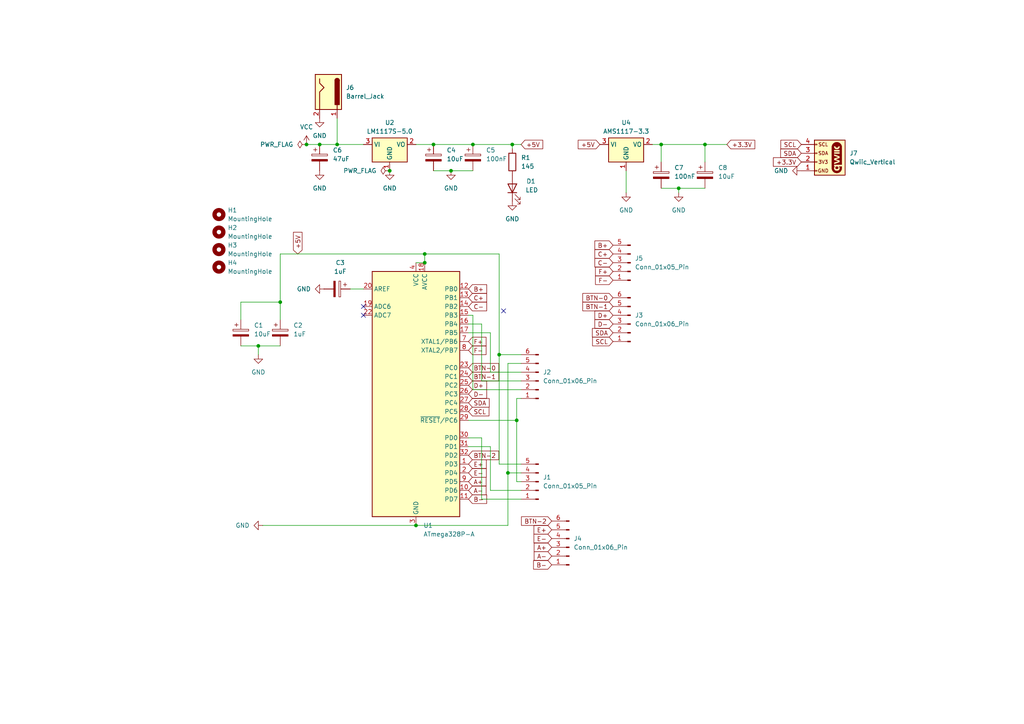
<source format=kicad_sch>
(kicad_sch (version 20250114) (generator "eeschema") (generator_version "9.0")
  (paper "A4")
  (lib_symbols
    (symbol "Connector:Barrel_Jack" (pin_names (offset 1.016))
      (property "Reference" "J" (at 0 5.334 0))
      (property "Value" "Barrel_Jack" (at 0 -5.08 0))
      (symbol "Barrel_Jack_0_1"
        (rectangle (start -5.08 3.81) (end 5.08 -3.81) (stroke (width 0.254)) (fill (type background)))
        (polyline (pts (xy -3.81 -2.54) (xy -2.54 -2.54) (xy -1.27 -1.27) (xy 0 -2.54) (xy 2.54 -2.54) (xy 5.08 -2.54)) (stroke (width 0.254)))
        (arc (start -3.302 1.905) (mid -3.9343 2.54) (end -3.302 3.175) (stroke (width 0.254)))
        (arc (start -3.302 1.905) (mid -3.9343 2.54) (end -3.302 3.175) (stroke (width 0.254)) (fill (type outline)))
        (rectangle (start 3.683 3.175) (end -3.302 1.905) (stroke (width 0.254)) (fill (type outline)))
        (polyline (pts (xy 5.08 2.54) (xy 3.81 2.54)) (stroke (width 0.254)))
      )
      (symbol "Barrel_Jack_1_1"
        (pin passive line (at 7.62 2.54 180) (length 2.54) (name "~") (number "1"))
        (pin passive line (at 7.62 -2.54 180) (length 2.54) (name "~") (number "2"))
      )
    )
    (symbol "Connector:Conn_01x05_Pin" (pin_names (offset 1.016) (hide yes))
      (property "Reference" "J" (at 0 7.62 0))
      (property "Value" "Conn_01x05_Pin" (at 0 -7.62 0))
      (symbol "Conn_01x05_Pin_1_1"
        (rectangle (start 0.8636 5.207) (end 0 4.953) (stroke (width 0.1524)) (fill (type outline)))
        (rectangle (start 0.8636 2.667) (end 0 2.413) (stroke (width 0.1524)) (fill (type outline)))
        (rectangle (start 0.8636 0.127) (end 0 -0.127) (stroke (width 0.1524)) (fill (type outline)))
        (rectangle (start 0.8636 -2.413) (end 0 -2.667) (stroke (width 0.1524)) (fill (type outline)))
        (rectangle (start 0.8636 -4.953) (end 0 -5.207) (stroke (width 0.1524)) (fill (type outline)))
        (polyline (pts (xy 1.27 5.08) (xy 0.8636 5.08)) (stroke (width 0.1524)))
        (polyline (pts (xy 1.27 2.54) (xy 0.8636 2.54)) (stroke (width 0.1524)))
        (polyline (pts (xy 1.27 0) (xy 0.8636 0)) (stroke (width 0.1524)))
        (polyline (pts (xy 1.27 -2.54) (xy 0.8636 -2.54)) (stroke (width 0.1524)))
        (polyline (pts (xy 1.27 -5.08) (xy 0.8636 -5.08)) (stroke (width 0.1524)))
        (pin passive line (at 5.08 5.08 180) (length 3.81) (name "Pin_1") (number "1"))
        (pin passive line (at 5.08 2.54 180) (length 3.81) (name "Pin_2") (number "2"))
        (pin passive line (at 5.08 0 180) (length 3.81) (name "Pin_3") (number "3"))
        (pin passive line (at 5.08 -2.54 180) (length 3.81) (name "Pin_4") (number "4"))
        (pin passive line (at 5.08 -5.08 180) (length 3.81) (name "Pin_5") (number "5"))
      )
    )
    (symbol "Connector:Conn_01x06_Pin" (pin_names (offset 1.016) (hide yes))
      (property "Reference" "J" (at 0 7.62 0))
      (property "Value" "Conn_01x06_Pin" (at 0 -10.16 0))
      (symbol "Conn_01x06_Pin_1_1"
        (rectangle (start 0.8636 5.207) (end 0 4.953) (stroke (width 0.1524)) (fill (type outline)))
        (rectangle (start 0.8636 2.667) (end 0 2.413) (stroke (width 0.1524)) (fill (type outline)))
        (rectangle (start 0.8636 0.127) (end 0 -0.127) (stroke (width 0.1524)) (fill (type outline)))
        (rectangle (start 0.8636 -2.413) (end 0 -2.667) (stroke (width 0.1524)) (fill (type outline)))
        (rectangle (start 0.8636 -4.953) (end 0 -5.207) (stroke (width 0.1524)) (fill (type outline)))
        (rectangle (start 0.8636 -7.493) (end 0 -7.747) (stroke (width 0.1524)) (fill (type outline)))
        (polyline (pts (xy 1.27 5.08) (xy 0.8636 5.08)) (stroke (width 0.1524)))
        (polyline (pts (xy 1.27 2.54) (xy 0.8636 2.54)) (stroke (width 0.1524)))
        (polyline (pts (xy 1.27 0) (xy 0.8636 0)) (stroke (width 0.1524)))
        (polyline (pts (xy 1.27 -2.54) (xy 0.8636 -2.54)) (stroke (width 0.1524)))
        (polyline (pts (xy 1.27 -5.08) (xy 0.8636 -5.08)) (stroke (width 0.1524)))
        (polyline (pts (xy 1.27 -7.62) (xy 0.8636 -7.62)) (stroke (width 0.1524)))
        (pin passive line (at 5.08 5.08 180) (length 3.81) (name "Pin_1") (number "1"))
        (pin passive line (at 5.08 2.54 180) (length 3.81) (name "Pin_2") (number "2"))
        (pin passive line (at 5.08 0 180) (length 3.81) (name "Pin_3") (number "3"))
        (pin passive line (at 5.08 -2.54 180) (length 3.81) (name "Pin_4") (number "4"))
        (pin passive line (at 5.08 -5.08 180) (length 3.81) (name "Pin_5") (number "5"))
        (pin passive line (at 5.08 -7.62 180) (length 3.81) (name "Pin_6") (number "6"))
      )
    )
    (symbol "Device:C_Polarized" (pin_numbers (hide yes)) (pin_names (offset 0.254))
      (property "Reference" "C" (at 0.635 2.54 0))
      (property "Value" "C_Polarized" (at 0.635 -2.54 0))
      (symbol "C_Polarized_0_1"
        (rectangle (start -2.286 0.508) (end 2.286 1.016))
        (polyline (pts (xy -1.778 2.286) (xy -0.762 2.286)))
        (polyline (pts (xy -1.27 2.794) (xy -1.27 1.778)))
        (rectangle (start 2.286 -0.508) (end -2.286 -1.016) (fill (type outline)))
      )
      (symbol "C_Polarized_1_1"
        (pin passive line (at 0 3.81 270) (length 2.794) (name "~") (number "1"))
        (pin passive line (at 0 -3.81 90) (length 2.794) (name "~") (number "2"))
      )
    )
    (symbol "Device:LED" (pin_numbers (hide yes)) (pin_names (offset 1.016) (hide yes))
      (property "Reference" "D" (at 0 2.54 0))
      (property "Value" "LED" (at 0 -2.54 0))
      (symbol "LED_0_1"
        (polyline (pts (xy -3.048 -0.762) (xy -4.572 -2.286) (xy -3.81 -2.286) (xy -4.572 -2.286) (xy -4.572 -1.524)))
        (polyline (pts (xy -1.778 -0.762) (xy -3.302 -2.286) (xy -2.54 -2.286) (xy -3.302 -2.286) (xy -3.302 -1.524)))
        (polyline (pts (xy -1.27 0) (xy 1.27 0)))
        (polyline (pts (xy -1.27 -1.27) (xy -1.27 1.27)) (stroke (width 0.254)))
        (polyline (pts (xy 1.27 -1.27) (xy 1.27 1.27) (xy -1.27 0) (xy 1.27 -1.27)) (stroke (width 0.254)))
      )
      (symbol "LED_1_1"
        (pin passive line (at -3.81 0 0) (length 2.54) (name "K") (number "1"))
        (pin passive line (at 3.81 0 180) (length 2.54) (name "A") (number "2"))
      )
    )
    (symbol "Device:R" (pin_numbers (hide yes)) (pin_names (offset 0))
      (property "Reference" "R" (at 2.032 0 90))
      (property "Value" "R" (at 0 0 90))
      (symbol "R_0_1"
        (rectangle (start -1.016 -2.54) (end 1.016 2.54) (stroke (width 0.254)))
      )
      (symbol "R_1_1"
        (pin passive line (at 0 3.81 270) (length 1.27) (name "~") (number "1"))
        (pin passive line (at 0 -3.81 90) (length 1.27) (name "~") (number "2"))
      )
    )
    (symbol "MCU_Microchip_ATmega:ATmega328P-A"
      (property "Reference" "U" (at -12.7 36.83 0))
      (property "Value" "ATmega328P-A" (at 2.54 -36.83 0))
      (symbol "ATmega328P-A_0_1"
        (rectangle (start -12.7 -35.56) (end 12.7 35.56) (stroke (width 0.254)) (fill (type background)))
      )
      (symbol "ATmega328P-A_1_1"
        (pin passive line (at -15.24 30.48 0) (length 2.54) (name "AREF") (number "20"))
        (pin input line (at -15.24 25.4 0) (length 2.54) (name "ADC6") (number "19"))
        (pin input line (at -15.24 22.86 0) (length 2.54) (name "ADC7") (number "22"))
        (pin power_in line (at 0 38.1 270) (length 2.54) (name "VCC") (number "4"))
        (pin passive line (at 0 38.1 270) (length 2.54) (hide yes) (name "VCC") (number "6"))
        (pin passive line (at 0 -38.1 90) (length 2.54) (hide yes) (name "GND") (number "21"))
        (pin power_in line (at 0 -38.1 90) (length 2.54) (name "GND") (number "3"))
        (pin passive line (at 0 -38.1 90) (length 2.54) (hide yes) (name "GND") (number "5"))
        (pin power_in line (at 2.54 38.1 270) (length 2.54) (name "AVCC") (number "18"))
        (pin bidirectional line (at 15.24 30.48 180) (length 2.54) (name "PB0") (number "12"))
        (pin bidirectional line (at 15.24 27.94 180) (length 2.54) (name "PB1") (number "13"))
        (pin bidirectional line (at 15.24 25.4 180) (length 2.54) (name "PB2") (number "14"))
        (pin bidirectional line (at 15.24 22.86 180) (length 2.54) (name "PB3") (number "15"))
        (pin bidirectional line (at 15.24 20.32 180) (length 2.54) (name "PB4") (number "16"))
        (pin bidirectional line (at 15.24 17.78 180) (length 2.54) (name "PB5") (number "17"))
        (pin bidirectional line (at 15.24 15.24 180) (length 2.54) (name "XTAL1/PB6") (number "7"))
        (pin bidirectional line (at 15.24 12.7 180) (length 2.54) (name "XTAL2/PB7") (number "8"))
        (pin bidirectional line (at 15.24 7.62 180) (length 2.54) (name "PC0") (number "23"))
        (pin bidirectional line (at 15.24 5.08 180) (length 2.54) (name "PC1") (number "24"))
        (pin bidirectional line (at 15.24 2.54 180) (length 2.54) (name "PC2") (number "25"))
        (pin bidirectional line (at 15.24 0 180) (length 2.54) (name "PC3") (number "26"))
        (pin bidirectional line (at 15.24 -2.54 180) (length 2.54) (name "PC4") (number "27"))
        (pin bidirectional line (at 15.24 -5.08 180) (length 2.54) (name "PC5") (number "28"))
        (pin bidirectional line (at 15.24 -7.62 180) (length 2.54) (name "~{RESET}/PC6") (number "29"))
        (pin bidirectional line (at 15.24 -12.7 180) (length 2.54) (name "PD0") (number "30"))
        (pin bidirectional line (at 15.24 -15.24 180) (length 2.54) (name "PD1") (number "31"))
        (pin bidirectional line (at 15.24 -17.78 180) (length 2.54) (name "PD2") (number "32"))
        (pin bidirectional line (at 15.24 -20.32 180) (length 2.54) (name "PD3") (number "1"))
        (pin bidirectional line (at 15.24 -22.86 180) (length 2.54) (name "PD4") (number "2"))
        (pin bidirectional line (at 15.24 -25.4 180) (length 2.54) (name "PD5") (number "9"))
        (pin bidirectional line (at 15.24 -27.94 180) (length 2.54) (name "PD6") (number "10"))
        (pin bidirectional line (at 15.24 -30.48 180) (length 2.54) (name "PD7") (number "11"))
      )
    )
    (symbol "Mechanical:MountingHole" (pin_names (offset 1.016)) (in_bom no)
      (property "Reference" "H" (at 0 5.08 0))
      (property "Value" "MountingHole" (at 0 3.175 0))
      (symbol "MountingHole_0_1"
        (circle (center 0 0) (radius 1.27) (stroke (width 1.27)))
      )
    )
    (symbol "Regulator_Linear:AMS1117-3.3"
      (property "Reference" "U" (at -3.81 3.175 0))
      (property "Value" "AMS1117-3.3" (at 0 3.175 0))
      (symbol "AMS1117-3.3_0_1"
        (rectangle (start -5.08 -5.08) (end 5.08 1.905) (stroke (width 0.254)) (fill (type background)))
      )
      (symbol "AMS1117-3.3_1_1"
        (pin power_in line (at -7.62 0 0) (length 2.54) (name "VI") (number "3"))
        (pin power_in line (at 0 -7.62 90) (length 2.54) (name "GND") (number "1"))
        (pin power_out line (at 7.62 0 180) (length 2.54) (name "VO") (number "2"))
      )
    )
    (symbol "Regulator_Linear:LM1117S-5.0"
      (property "Reference" "U" (at -3.81 3.175 0))
      (property "Value" "LM1117S-5.0" (at 0 3.175 0))
      (symbol "LM1117S-5.0_0_1"
        (rectangle (start -5.08 -5.08) (end 5.08 1.905) (stroke (width 0.254)) (fill (type background)))
      )
      (symbol "LM1117S-5.0_1_1"
        (pin power_in line (at -7.62 0 0) (length 2.54) (name "VI") (number "3"))
        (pin power_in line (at 0 -7.62 90) (length 2.54) (name "GND") (number "1"))
        (pin power_out line (at 7.62 0 180) (length 2.54) (name "VO") (number "2"))
      )
    )
    (symbol "SparkFun-Connector:Qwiic_Vertical" (pin_names (offset 1.016) (hide yes))
      (property "Reference" "J" (at 0 5.08 0))
      (property "Value" "Qwiic_Vertical" (at 0 -7.62 0))
      (symbol "Qwiic_Vertical_0_0"
        (polyline (pts (xy 5.6514 -4.1459) (xy 5.6299 -4.0654) (xy 5.5924 -3.9985) (xy 5.5373 -3.9428) (xy 5.4632 -3.8962) (xy 5.4394 -3.8843) (xy 5.402 -3.8678) (xy 5.3681 -3.8578) (xy 5.3294 -3.8521) (xy 5.2774 -3.8485) (xy 5.2184 -3.8474) (xy 5.1227 -3.8564) (xy 5.0405 -3.8803) (xy 4.9695 -3.9199) (xy 4.9078 -3.9759) (xy 4.8937 -3.9923) (xy 4.8535 -4.0549) (xy 4.8308 -4.124) (xy 4.8237 -4.2048) (xy 4.8239 -4.222) (xy 4.8343 -4.3011) (xy 4.8608 -4.3692) (xy 4.9051 -4.4308) (xy 4.9328 -4.4589) (xy 5.0009 -4.509) (xy 5.0793 -4.5424) (xy 5.1699 -4.5595) (xy 5.2745 -4.5612) (xy 5.3262 -4.5564) (xy 5.4199 -4.5347) (xy 5.4992 -4.4971) (xy 5.5638 -4.444) (xy 5.6131 -4.3757) (xy 5.6467 -4.2926) (xy 5.65 -4.2788) (xy 5.656 -4.2325) (xy 5.6563 -4.1875) (xy 5.6514 -4.1459)) (stroke (width 0.01)) (fill (type outline)))
        (polyline (pts (xy 6.6693 -0.6791) (xy 6.666 1.9332) (xy 6.6418 2.0386) (xy 6.6301 2.0866) (xy 6.5791 2.2527) (xy 6.5141 2.404) (xy 6.4337 2.5432) (xy 6.3364 2.673) (xy 6.2208 2.7959) (xy 6.1699 2.8428) (xy 6.0305 2.9527) (xy 5.8839 3.0422) (xy 5.7295 3.1115) (xy 5.5668 3.1608) (xy 5.3953 3.1902) (xy 5.2146 3.1999) (xy 5.1695 3.1994) (xy 5.0056 3.1868) (xy 4.8507 3.1568) (xy 4.7006 3.1083) (xy 4.5508 3.0404) (xy 4.5104 3.0187) (xy 4.3609 2.9237) (xy 4.2262 2.8129) (xy 4.1067 2.6872) (xy 4.0032 2.5475) (xy 3.9162 2.3947) (xy 3.8466 2.2295) (xy 3.7947 2.0528) (xy 3.7931 2.0453) (xy 3.7912 2.0356) (xy 3.7895 2.0242) (xy 3.7879 2.0106) (xy 3.7864 1.9938) (xy 3.785 1.9733) (xy 3.7837 1.9481) (xy 3.7825 1.9176) (xy 3.7815 1.8811) (xy 3.7805 1.8377) (xy 3.7796 1.7868) (xy 3.7789 1.7275) (xy 3.7781 1.6592) (xy 3.7775 1.5811) (xy 3.777 1.4925) (xy 3.7765 1.3925) (xy 3.7761 1.2805) (xy 3.7757 1.1557) (xy 3.7754 1.0174) (xy 3.7751 0.8648) (xy 3.7749 0.6972) (xy 3.7748 0.5138) (xy 3.7746 0.3139) (xy 3.7745 0.0967) (xy 3.7745 -0.1385) (xy 3.7744 -0.3925) (xy 3.7744 -0.666) (xy 3.7744 -0.9597) (xy 3.7744 -1.2744) (xy 3.7744 -4.5147) (xy 3.8041 -4.6318) (xy 3.8237 -4.7026) (xy 3.8837 -4.868) (xy 3.9606 -5.0206) (xy 4.0556 -5.1623) (xy 4.1695 -5.2947) (xy 4.2945 -5.4115) (xy 4.4355 -5.5159) (xy 4.5859 -5.6007) (xy 4.7459 -5.6661) (xy 4.916 -5.7122) (xy 5.0965 -5.7394) (xy 5.2571 -5.7442) (xy 5.4226 -5.7293) (xy 5.5891 -5.6949) (xy 5.7533 -5.6416) (xy 5.8236 -5.6121) (xy 5.9729 -5.5329) (xy 6.1112 -5.4365) (xy 6.237 -5.3244) (xy 6.3494 -5.1984) (xy 6.4469 -5.0601) (xy 6.5284 -4.9112) (xy 6.5926 -4.7532) (xy 6.6384 -4.5879) (xy 6.6645 -4.4168) (xy 6.6652 -4.405) (xy 6.6664 -4.3703) (xy 6.6676 -4.3199) (xy 6.6687 -4.2572) (xy 6.6696 -4.1859) (xy 6.6703 -4.1097) (xy 6.6721 -3.846) (xy 6.2655 -3.846) (xy 5.8589 -3.846) (xy 5.9219 -3.9104) (xy 5.9349 -3.9241) (xy 6.0001 -4.0112) (xy 6.0471 -4.1097) (xy 6.0754 -4.2189) (xy 6.085 -4.338) (xy 6.0781 -4.4509) (xy 6.0523 -4.5755) (xy 6.0066 -4.6941) (xy 5.952 -4.7864) (xy 5.8765 -4.8752) (xy 5.7858 -4.9517) (xy 5.6826 -5.0132) (xy 5.6313 -5.0372) (xy 5.5644 -5.0638) (xy 5.4981 -5.0834) (xy 5.4249 -5.0981) (xy 5.3375 -5.1098) (xy 5.2452 -5.1158) (xy 5.122 -5.1113) (xy 5.0004 -5.0938) (xy 4.8864 -5.0641) (xy 4.7856 -5.0232) (xy 4.6831 -4.9619) (xy 4.5878 -4.8817) (xy 4.5089 -4.7878) (xy 4.4472 -4.6811) (xy 4.4036 -4.5627) (xy 4.4031 -4.5611) (xy 4.3912 -4.4987) (xy 4.3845 -4.4244) (xy 4.3831 -4.3446) (xy 4.3869 -4.2661) (xy 4.3957 -4.1956) (xy 4.4094 -4.1396) (xy 4.4322 -4.082) (xy 4.485 -3.9879) (xy 4.5552 -3.9031) (xy 4.6109 -3.846) (xy 4.5052 -3.846) (xy 4.3996 -3.846) (xy 4.3996 -3.5687) (xy 4.3996 -3.2914) (xy 4.405 -3.2914) (xy 4.405 -3.2023) (xy 4.4021 -2.9296) (xy 4.4018 -2.8964) (xy 4.4015 -2.8076) (xy 4.4023 -2.7393) (xy 4.4041 -2.6908) (xy 4.407 -2.6611) (xy 4.4111 -2.6495) (xy 4.4137 -2.6484) (xy 4.434 -2.6418) (xy 4.4723 -2.6298) (xy 4.5268 -2.6132) (xy 4.5954 -2.5924) (xy 4.6761 -2.5683) (xy 4.767 -2.5412) (xy 4.866 -2.5118) (xy 4.9713 -2.4808) (xy 5.0173 -2.4672) (xy 5.119 -2.4369) (xy 5.2131 -2.4086) (xy 5.2977 -2.3828) (xy 5.3709 -2.3601) (xy 5.4307 -2.3411) (xy 5.4753 -2.3264) (xy 5.5029 -2.3166) (xy 5.5114 -2.3123) (xy 5.505 -2.3098) (xy 5.4796 -2.3016) (xy 5.4371 -2.2885) (xy 5.3794 -2.2711) (xy 5.3088 -2.2502) (xy 5.2275 -2.2264) (xy 5.1375 -2.2002) (xy 5.0411 -2.1724) (xy 4.9851 -2.1562) (xy 4.8864 -2.1278) (xy 4.7926 -2.1007) (xy 4.7062 -2.0757) (xy 4.63 -2.0536) (xy 4.5666 -2.0351) (xy 4.5187 -2.0211) (xy 4.4891 -2.0123) (xy 4.3992 -1.9852) (xy 4.4021 -1.7229) (xy 4.405 -1.4606) (xy 4.5844 -1.4084) (xy 4.6163 -1.3992) (xy 4.7739 -1.3533) (xy 4.9121 -1.3131) (xy 5.0321 -1.278) (xy 5.1352 -1.2478) (xy 5.2224 -1.2221) (xy 5.2951 -1.2004) (xy 5.3545 -1.1824) (xy 5.4018 -1.1676) (xy 5.4382 -1.1558) (xy 5.465 -1.1465) (xy 5.4834 -1.1392) (xy 5.4945 -1.1338) (xy 5.4997 -1.1296) (xy 5.5001 -1.1264) (xy 5.497 -1.1238) (xy 5.4915 -1.1214) (xy 5.4896 -1.1207) (xy 5.4687 -1.114) (xy 5.4296 -1.1019) (xy 5.3743 -1.0851) (xy 5.3049 -1.0643) (xy 5.2237 -1.04) (xy 5.1326 -1.013) (xy 5.0339 -0.9838) (xy 4.9297 -0.9531) (xy 4.3996 -0.7973) (xy 4.3996 -0.533) (xy 4.3997 -0.479) (xy 4.4004 -0.4111) (xy 4.4015 -0.3532) (xy 4.4029 -0.3082) (xy 4.4047 -0.279) (xy 4.4066 -0.2687) (xy 4.409 -0.2694) (xy 4.4284 -0.2761) (xy 4.4661 -0.2895) (xy 4.5204 -0.309) (xy 4.5899 -0.3341) (xy 4.6729 -0.3642) (xy 4.7681 -0.3988) (xy 4.8737 -0.4372) (xy 4.9883 -0.479) (xy 5.1104 -0.5236) (xy 5.2384 -0.5703) (xy 6.0632 -0.872) (xy 6.0632 -0.1926) (xy 5.2314 -0.1926) (xy 4.3996 -0.1926) (xy 4.3996 0.0793) (xy 4.3996 0.3511) (xy 5.2314 0.3511) (xy 6.0632 0.3511) (xy 6.0632 0.4598) (xy 5.2314 0.4598) (xy 4.3996 0.4598) (xy 4.3996 0.7317) (xy 4.3996 1.0035) (xy 5.2314 1.0035) (xy 5.2368 1.0035) (xy 5.2368 1.1177) (xy 5.1465 1.1192) (xy 5.0667 1.1248) (xy 4.9975 1.1357) (xy 4.9332 1.1532) (xy 4.8683 1.1784) (xy 4.7971 1.2126) (xy 4.7662 1.2298) (xy 4.6808 1.2903) (xy 4.6008 1.3651) (xy 4.5314 1.4489) (xy 4.4781 1.5363) (xy 4.4686 1.5557) (xy 4.4306 1.6462) (xy 4.4052 1.7353) (xy 4.3905 1.8304) (xy 4.385 1.9386) (xy 4.3833 2.0745) (xy 4.6089 2.0775) (xy 4.8345 2.0804) (xy 4.8348 1.9959) (xy 4.8368 1.9483) (xy 4.8488 1.8858) (xy 4.8738 1.8316) (xy 4.9144 1.7788) (xy 4.9734 1.7289) (xy 5.0458 1.6921) (xy 5.1277 1.6689) (xy 5.215 1.6593) (xy 5.3038 1.6635) (xy 5.3902 1.6815) (xy 5.4702 1.7136) (xy 5.54 1.7597) (xy 5.5733 1.7923) (xy 5.6073 1.844) (xy 5.628 1.9066) (xy 5.6372 1.9843) (xy 5.6418 2.0804) (xy 5.8607 2.0775) (xy 6.0795 2.0745) (xy 6.0811 1.9712) (xy 6.0811 1.9207) (xy 6.0739 1.8134) (xy 6.0554 1.7157) (xy 6.024 1.6204) (xy 5.9781 1.5204) (xy 5.9341 1.4457) (xy 5.8571 1.3499) (xy 5.7651 1.2695) (xy 5.6591 1.2056) (xy 5.6251 1.1892) (xy 5.5646 1.1627) (xy 5.5097 1.1435) (xy 5.4549 1.1305) (xy 5.3948 1.1226) (xy 5.3239 1.1188) (xy 5.2368 1.1177) (xy 5.2368 1.0035) (xy 6.0632 1.0035) (xy 6.0632 0.7317) (xy 6.0632 0.4598) (xy 6.0632 0.3511) (xy 6.0632 0.0793) (xy 6.0632 -0.1926) (xy 6.0632 -0.872) (xy 6.0632 -1.1439) (xy 6.0632 -1.4158) (xy 5.552 -1.5728) (xy 5.5357 -1.5778) (xy 5.4361 -1.6086) (xy 5.3436 -1.6376) (xy 5.2603 -1.6641) (xy 5.1881 -1.6874) (xy 5.129 -1.707) (xy 5.0848 -1.7222) (xy 5.0575 -1.7324) (xy 5.0491 -1.7369) (xy 5.0493 -1.737) (xy 5.0624 -1.742) (xy 5.094 -1.7527) (xy 5.1423 -1.7684) (xy 5.2051 -1.7886) (xy 5.2803 -1.8124) (xy 5.3659 -1.8394) (xy 5.46 -1.8688) (xy 5.5603 -1.9) (xy 6.0632 -2.0559) (xy 6.063 -2.3284) (xy 6.0628 -2.601) (xy 5.2339 -2.9017) (xy 4.405 -3.2023) (xy 4.405 -3.2914) (xy 5.5361 -3.2914) (xy 6.6725 -3.2914) (xy 6.6693 -0.6791)) (stroke (width 0.01)) (fill (type outline)))
      )
      (symbol "Qwiic_Vertical_1_1"
        (rectangle (start -1.27 3.81) (end 7.62 -6.35) (stroke (width 0.254)) (fill (type background)))
        (rectangle (start -1.27 2.667) (end -0.508 2.413) (stroke (width 0.1524)))
        (rectangle (start -1.27 0.127) (end -0.508 -0.127) (stroke (width 0.1524)))
        (rectangle (start -1.27 -2.413) (end -0.508 -2.667) (stroke (width 0.1524)))
        (rectangle (start -1.27 -4.953) (end -0.508 -5.207) (stroke (width 0.1524)))
        (text "SCL" (at 1.27 2.54 0) (effects (font (size 1 1))))
        (text "SDA" (at 1.27 0 0) (effects (font (size 1 1))))
        (text "3V3" (at 1.27 -2.54 0) (effects (font (size 1 1))))
        (text "GND" (at 1.27 -5.08 0) (effects (font (size 1 1))))
        (pin passive line (at -5.08 2.54 0) (length 3.81) (name "Pin_4") (number "4"))
        (pin passive line (at -5.08 0 0) (length 3.81) (name "Pin_3") (number "3"))
        (pin passive line (at -5.08 -2.54 0) (length 3.81) (name "Pin_2") (number "2"))
        (pin passive line (at -5.08 -5.08 0) (length 3.81) (name "Pin_1") (number "1"))
        (pin no_connect line (at 2.54 3.81 270) (length 2.54) (hide yes) (name "NC") (number "NC1"))
        (pin no_connect line (at 2.54 3.81 270) (length 2.54) (hide yes) (name "NC") (number "NC2"))
      )
    )
    (symbol "power:GND" (power) (pin_numbers (hide yes)) (pin_names (offset 0) (hide yes))
      (property "Value" "GND" (at 0 -3.81 0))
      (symbol "GND_0_1"
        (polyline (pts (xy 0 0) (xy 0 -1.27) (xy 1.27 -1.27) (xy 0 -2.54) (xy -1.27 -1.27) (xy 0 -1.27)))
      )
      (symbol "GND_1_1"
        (pin power_in line (at 0 0 270) (length 0) (name "~") (number "1"))
      )
    )
    (symbol "power:PWR_FLAG" (power) (pin_numbers (hide yes)) (pin_names (offset 0) (hide yes))
      (property "Value" "PWR_FLAG" (at 0 3.81 0))
      (symbol "PWR_FLAG_0_0"
        (pin power_out line (at 0 0 90) (length 0) (name "~") (number "1"))
      )
      (symbol "PWR_FLAG_0_1"
        (polyline (pts (xy 0 0) (xy 0 1.27) (xy -1.016 1.905) (xy 0 2.54) (xy 1.016 1.905) (xy 0 1.27)))
      )
    )
    (symbol "power:VCC" (power) (pin_numbers (hide yes)) (pin_names (offset 0) (hide yes))
      (property "Value" "VCC" (at 0 3.556 0))
      (symbol "VCC_0_1"
        (polyline (pts (xy -0.762 1.27) (xy 0 2.54)))
        (polyline (pts (xy 0 2.54) (xy 0.762 1.27)))
        (polyline (pts (xy 0 0) (xy 0 2.54)))
      )
      (symbol "VCC_1_1"
        (pin power_in line (at 0 0 90) (length 0) (name "~") (number "1"))
      )
    )
  )
  (junction (at 74.93 100.33))
  (junction (at 148.59 41.91))
  (junction (at 137.16 41.91))
  (junction (at 123.19 76.2))
  (junction (at 191.77 41.91))
  (junction (at 196.85 54.61))
  (junction (at 120.65 152.4))
  (junction (at 92.71 41.91))
  (junction (at 97.79 41.91))
  (junction (at 130.81 49.53))
  (junction (at 81.28 87.63))
  (junction (at 123.19 73.66))
  (junction (at 204.47 41.91))
  (junction (at 147.32 137.16))
  (junction (at 88.9 41.91))
  (junction (at 149.86 121.92))
  (junction (at 125.73 41.91))
  (junction (at 113.03 49.53))
  (junction (at 144.78 102.87))
  (no_connect (at 105.41 91.44))
  (no_connect (at 146.05 90.17))
  (no_connect (at 105.41 88.9))
  (wire (pts (xy 139.7 144.78) (xy 151.13 144.78)))
  (wire (pts (xy 204.47 41.91) (xy 191.77 41.91)))
  (wire (pts (xy 144.78 102.87) (xy 144.78 134.62)))
  (wire (pts (xy 123.19 76.2) (xy 123.19 73.66)))
  (wire (pts (xy 191.77 41.91) (xy 189.23 41.91)))
  (wire (pts (xy 147.32 137.16) (xy 151.13 137.16)))
  (wire (pts (xy 148.59 43.18) (xy 148.59 41.91)))
  (wire (pts (xy 81.28 87.63) (xy 81.28 92.71)))
  (wire (pts (xy 144.78 102.87) (xy 151.13 102.87)))
  (wire (pts (xy 97.79 34.29) (xy 97.79 41.91)))
  (wire (pts (xy 130.81 49.53) (xy 137.16 49.53)))
  (wire (pts (xy 69.85 92.71) (xy 69.85 87.63)))
  (wire (pts (xy 88.9 41.91) (xy 92.71 41.91)))
  (wire (pts (xy 142.24 142.24) (xy 151.13 142.24)))
  (wire (pts (xy 92.71 41.91) (xy 97.79 41.91)))
  (wire (pts (xy 137.16 41.91) (xy 125.73 41.91)))
  (wire (pts (xy 101.6 83.82) (xy 105.41 83.82)))
  (wire (pts (xy 151.13 139.7) (xy 149.86 139.7)))
  (wire (pts (xy 135.89 96.52) (xy 142.24 96.52)))
  (wire (pts (xy 135.89 121.92) (xy 149.86 121.92)))
  (wire (pts (xy 130.81 49.53) (xy 125.73 49.53)))
  (wire (pts (xy 120.65 152.4) (xy 147.32 152.4)))
  (wire (pts (xy 137.16 91.44) (xy 137.16 113.03)))
  (wire (pts (xy 69.85 100.33) (xy 74.93 100.33)))
  (wire (pts (xy 123.19 73.66) (xy 144.78 73.66)))
  (wire (pts (xy 97.79 41.91) (xy 105.41 41.91)))
  (wire (pts (xy 135.89 91.44) (xy 137.16 91.44)))
  (wire (pts (xy 69.85 87.63) (xy 81.28 87.63)))
  (wire (pts (xy 76.2 152.4) (xy 120.65 152.4)))
  (wire (pts (xy 142.24 96.52) (xy 142.24 107.95)))
  (wire (pts (xy 204.47 41.91) (xy 204.47 46.99)))
  (wire (pts (xy 139.7 93.98) (xy 139.7 110.49)))
  (wire (pts (xy 149.86 115.57) (xy 149.86 121.92)))
  (wire (pts (xy 81.28 73.66) (xy 81.28 87.63)))
  (wire (pts (xy 142.24 129.54) (xy 142.24 142.24)))
  (wire (pts (xy 148.59 41.91) (xy 151.13 41.91)))
  (wire (pts (xy 147.32 105.41) (xy 147.32 137.16)))
  (wire (pts (xy 74.93 100.33) (xy 81.28 100.33)))
  (wire (pts (xy 135.89 127) (xy 139.7 127)))
  (wire (pts (xy 74.93 100.33) (xy 74.93 102.87)))
  (wire (pts (xy 149.86 121.92) (xy 149.86 139.7)))
  (wire (pts (xy 144.78 134.62) (xy 151.13 134.62)))
  (wire (pts (xy 142.24 107.95) (xy 151.13 107.95)))
  (wire (pts (xy 125.73 41.91) (xy 120.65 41.91)))
  (wire (pts (xy 144.78 73.66) (xy 144.78 102.87)))
  (wire (pts (xy 120.65 76.2) (xy 123.19 76.2)))
  (wire (pts (xy 137.16 113.03) (xy 151.13 113.03)))
  (wire (pts (xy 135.89 93.98) (xy 139.7 93.98)))
  (wire (pts (xy 139.7 127) (xy 139.7 144.78)))
  (wire (pts (xy 196.85 54.61) (xy 191.77 54.61)))
  (wire (pts (xy 135.89 129.54) (xy 142.24 129.54)))
  (wire (pts (xy 210.82 41.91) (xy 204.47 41.91)))
  (wire (pts (xy 81.28 73.66) (xy 123.19 73.66)))
  (wire (pts (xy 196.85 55.88) (xy 196.85 54.61)))
  (wire (pts (xy 137.16 41.91) (xy 148.59 41.91)))
  (wire (pts (xy 181.61 55.88) (xy 181.61 49.53)))
  (wire (pts (xy 139.7 110.49) (xy 151.13 110.49)))
  (wire (pts (xy 151.13 105.41) (xy 147.32 105.41)))
  (wire (pts (xy 147.32 137.16) (xy 147.32 152.4)))
  (wire (pts (xy 151.13 115.57) (xy 149.86 115.57)))
  (wire (pts (xy 191.77 41.91) (xy 191.77 46.99)))
  (wire (pts (xy 196.85 54.61) (xy 204.47 54.61)))
  (global_label "BTN-2" (shape input) (at 160.02 151.13 180) (property "Intersheetrefs" "${INTERSHEET_REFS}" (effects (hide yes))))
  (global_label "F+" (shape input) (at 135.89 99.06 0) (property "Intersheetrefs" "${INTERSHEET_REFS}" (effects (hide yes))))
  (global_label "D+" (shape input) (at 177.8 91.44 180) (property "Intersheetrefs" "${INTERSHEET_REFS}" (effects (hide yes))))
  (global_label "BTN-2" (shape input) (at 135.89 132.08 0) (property "Intersheetrefs" "${INTERSHEET_REFS}" (effects (hide yes))))
  (global_label "E-" (shape input) (at 135.89 137.16 0) (property "Intersheetrefs" "${INTERSHEET_REFS}" (effects (hide yes))))
  (global_label "C-" (shape input) (at 177.8 76.2 180) (property "Intersheetrefs" "${INTERSHEET_REFS}" (effects (hide yes))))
  (global_label "C-" (shape input) (at 135.89 88.9 0) (property "Intersheetrefs" "${INTERSHEET_REFS}" (effects (hide yes))))
  (global_label "C+" (shape input) (at 177.8 73.66 180) (property "Intersheetrefs" "${INTERSHEET_REFS}" (effects (hide yes))))
  (global_label "BTN-0" (shape input) (at 177.8 86.36 180) (property "Intersheetrefs" "${INTERSHEET_REFS}" (effects (hide yes))))
  (global_label "+5V" (shape input) (at 86.36 73.66 90) (property "Intersheetrefs" "${INTERSHEET_REFS}" (effects (hide yes))))
  (global_label "+5V" (shape input) (at 151.13 41.91 0) (property "Intersheetrefs" "${INTERSHEET_REFS}" (effects (hide yes))))
  (global_label "B+" (shape input) (at 177.8 71.12 180) (property "Intersheetrefs" "${INTERSHEET_REFS}" (effects (hide yes))))
  (global_label "D+" (shape input) (at 135.89 111.76 0) (property "Intersheetrefs" "${INTERSHEET_REFS}" (effects (hide yes))))
  (global_label "SDA" (shape input) (at 135.89 116.84 0) (property "Intersheetrefs" "${INTERSHEET_REFS}" (effects (hide yes))))
  (global_label "SCL" (shape input) (at 232.41 41.91 180) (property "Intersheetrefs" "${INTERSHEET_REFS}" (effects (hide yes))))
  (global_label "D-" (shape input) (at 135.89 114.3 0) (property "Intersheetrefs" "${INTERSHEET_REFS}" (effects (hide yes))))
  (global_label "+3.3V" (shape input) (at 210.82 41.91 0) (property "Intersheetrefs" "${INTERSHEET_REFS}" (effects (hide yes))))
  (global_label "BTN-0" (shape input) (at 135.89 106.68 0) (property "Intersheetrefs" "${INTERSHEET_REFS}" (effects (hide yes))))
  (global_label "BTN-1" (shape input) (at 177.8 88.9 180) (property "Intersheetrefs" "${INTERSHEET_REFS}" (effects (hide yes))))
  (global_label "F-" (shape input) (at 177.8 81.28 180) (property "Intersheetrefs" "${INTERSHEET_REFS}" (effects (hide yes))))
  (global_label "F-" (shape input) (at 135.89 101.6 0) (property "Intersheetrefs" "${INTERSHEET_REFS}" (effects (hide yes))))
  (global_label "B+" (shape input) (at 135.89 83.82 0) (property "Intersheetrefs" "${INTERSHEET_REFS}" (effects (hide yes))))
  (global_label "SCL" (shape input) (at 135.89 119.38 0) (property "Intersheetrefs" "${INTERSHEET_REFS}" (effects (hide yes))))
  (global_label "A-" (shape input) (at 160.02 161.29 180) (property "Intersheetrefs" "${INTERSHEET_REFS}" (effects (hide yes))))
  (global_label "D-" (shape input) (at 177.8 93.98 180) (property "Intersheetrefs" "${INTERSHEET_REFS}" (effects (hide yes))))
  (global_label "E+" (shape input) (at 160.02 153.67 180) (property "Intersheetrefs" "${INTERSHEET_REFS}" (effects (hide yes))))
  (global_label "F+" (shape input) (at 177.8 78.74 180) (property "Intersheetrefs" "${INTERSHEET_REFS}" (effects (hide yes))))
  (global_label "A-" (shape input) (at 135.89 142.24 0) (property "Intersheetrefs" "${INTERSHEET_REFS}" (effects (hide yes))))
  (global_label "B-" (shape input) (at 160.02 163.83 180) (property "Intersheetrefs" "${INTERSHEET_REFS}" (effects (hide yes))))
  (global_label "BTN-1" (shape input) (at 135.89 109.22 0) (property "Intersheetrefs" "${INTERSHEET_REFS}" (effects (hide yes))))
  (global_label "E-" (shape input) (at 160.02 156.21 180) (property "Intersheetrefs" "${INTERSHEET_REFS}" (effects (hide yes))))
  (global_label "+3.3V" (shape input) (at 232.41 46.99 180) (property "Intersheetrefs" "${INTERSHEET_REFS}" (effects (hide yes))))
  (global_label "SCL" (shape input) (at 177.8 99.06 180) (property "Intersheetrefs" "${INTERSHEET_REFS}" (effects (hide yes))))
  (global_label "C+" (shape input) (at 135.89 86.36 0) (property "Intersheetrefs" "${INTERSHEET_REFS}" (effects (hide yes))))
  (global_label "A+" (shape input) (at 160.02 158.75 180) (property "Intersheetrefs" "${INTERSHEET_REFS}" (effects (hide yes))))
  (global_label "+5V" (shape input) (at 173.99 41.91 180) (property "Intersheetrefs" "${INTERSHEET_REFS}" (effects (hide yes))))
  (global_label "SDA" (shape input) (at 177.8 96.52 180) (property "Intersheetrefs" "${INTERSHEET_REFS}" (effects (hide yes))))
  (global_label "SDA" (shape input) (at 232.41 44.45 180) (property "Intersheetrefs" "${INTERSHEET_REFS}" (effects (hide yes))))
  (global_label "A+" (shape input) (at 135.89 139.7 0) (property "Intersheetrefs" "${INTERSHEET_REFS}" (effects (hide yes))))
  (global_label "E+" (shape input) (at 135.89 134.62 0) (property "Intersheetrefs" "${INTERSHEET_REFS}" (effects (hide yes))))
  (global_label "B-" (shape input) (at 135.89 144.78 0) (property "Intersheetrefs" "${INTERSHEET_REFS}" (effects (hide yes))))
  (symbol (lib_id "power:GND") (at 92.71 34.29 0) (unit 1)
    (property "Reference" "#PWR09" (effects (hide yes)))
    (property "Value" "GND" (at 92.71 39.37 0))
    (property "Description" "Power symbol creates a global label with name \"GND\" , ground" (effects (hide yes)))
  )
  (symbol (lib_id "Device:R") (at 148.59 46.99 0) (unit 1)
    (property "Reference" "R1" (at 151.13 45.7199 0) (effects (justify left)))
    (property "Value" "145" (at 151.13 48.2599 0) (effects (justify left)))
    (property "Footprint" "Resistor_SMD:R_0805_2012Metric_Pad1.20x1.40mm_HandSolder" (effects (hide yes)))
    (property "Description" "Resistor" (effects (hide yes)))
  )
  (symbol (lib_id "Connector:Conn_01x06_Pin") (at 156.21 110.49 180) (unit 1)
    (property "Reference" "J2" (at 157.48 107.9499 0) (effects (justify right)))
    (property "Value" "Conn_01x06_Pin" (at 157.48 110.4899 0) (effects (justify right)))
    (property "Footprint" "Connector_PinHeader_2.00mm:PinHeader_1x06_P2.00mm_Horizontal" (effects (hide yes)))
    (property "Description" "Generic connector, single row, 01x06, script generated" (effects (hide yes)))
  )
  (symbol (lib_id "Connector:Conn_01x06_Pin") (at 165.1 158.75 180) (unit 1)
    (property "Reference" "J4" (at 166.37 156.2099 0) (effects (justify right)))
    (property "Value" "Conn_01x06_Pin" (at 166.37 158.7499 0) (effects (justify right)))
    (property "Footprint" "Connector_PinHeader_2.00mm:PinHeader_1x06_P2.00mm_Horizontal" (effects (hide yes)))
    (property "Description" "Generic connector, single row, 01x06, script generated" (effects (hide yes)))
  )
  (symbol (lib_id "power:GND") (at 92.71 49.53 0) (unit 1)
    (property "Reference" "#PWR08" (effects (hide yes)))
    (property "Value" "GND" (at 92.71 54.61 0))
    (property "Description" "Power symbol creates a global label with name \"GND\" , ground" (effects (hide yes)))
  )
  (symbol (lib_id "Connector:Conn_01x05_Pin") (at 182.88 76.2 180) (unit 1)
    (property "Reference" "J5" (at 184.15 74.9299 0) (effects (justify right)))
    (property "Value" "Conn_01x05_Pin" (at 184.15 77.4699 0) (effects (justify right)))
    (property "Footprint" "Connector_PinHeader_2.00mm:PinHeader_1x05_P2.00mm_Horizontal" (effects (hide yes)))
    (property "Description" "Generic connector, single row, 01x05, script generated" (effects (hide yes)))
  )
  (symbol (lib_id "Device:C_Polarized") (at 92.71 45.72 0) (unit 1)
    (property "Reference" "C6" (at 96.52 43.5609 0) (effects (justify left)))
    (property "Value" "47uF" (at 96.52 46.1009 0) (effects (justify left)))
    (property "Footprint" "Capacitor_SMD:C_0805_2012Metric" (effects (hide yes)))
    (property "Description" "Polarized capacitor" (effects (hide yes)))
  )
  (symbol (lib_id "power:GND") (at 74.93 102.87 0) (unit 1)
    (property "Reference" "#PWR04" (effects (hide yes)))
    (property "Value" "GND" (at 74.93 107.95 0))
    (property "Description" "Power symbol creates a global label with name \"GND\" , ground" (effects (hide yes)))
  )
  (symbol (lib_id "power:GND") (at 232.41 49.53 270) (unit 1)
    (property "Reference" "#PWR011" (effects (hide yes)))
    (property "Value" "GND" (at 228.6 49.5299 90) (effects (justify right)))
    (property "Description" "Power symbol creates a global label with name \"GND\" , ground" (effects (hide yes)))
  )
  (symbol (lib_id "Connector:Conn_01x06_Pin") (at 182.88 93.98 180) (unit 1)
    (property "Reference" "J3" (at 184.15 91.4399 0) (effects (justify right)))
    (property "Value" "Conn_01x06_Pin" (at 184.15 93.9799 0) (effects (justify right)))
    (property "Footprint" "Connector_PinHeader_2.00mm:PinHeader_1x06_P2.00mm_Horizontal" (effects (hide yes)))
    (property "Description" "Generic connector, single row, 01x06, script generated" (effects (hide yes)))
  )
  (symbol (lib_id "MCU_Microchip_ATmega:ATmega328P-A") (at 120.65 114.3 0) (unit 1)
    (property "Reference" "U1" (at 122.7933 152.4 0) (effects (justify left)))
    (property "Value" "ATmega328P-A" (at 122.7933 154.94 0) (effects (justify left)))
    (property "Footprint" "Package_QFP:TQFP-32_7x7mm_P0.8mm" (effects (hide yes)))
    (property "Datasheet" "http://ww1.microchip.com/downloads/en/DeviceDoc/ATmega328_P%20AVR%20MCU%20with%20picoPower%20Technology%20Data%20Sheet%2040001984A.pdf" (effects (hide yes)))
    (property "Description" "20MHz, 32kB Flash, 2kB SRAM, 1kB EEPROM, TQFP-32" (effects (hide yes)))
  )
  (symbol (lib_id "power:GND") (at 148.59 58.42 0) (unit 1)
    (property "Reference" "#PWR05" (effects (hide yes)))
    (property "Value" "GND" (at 148.59 63.5 0))
    (property "Description" "Power symbol creates a global label with name \"GND\" , ground" (effects (hide yes)))
  )
  (symbol (lib_id "power:PWR_FLAG") (at 113.03 49.53 90) (unit 1)
    (property "Reference" "#FLG06" (effects (hide yes)))
    (property "Value" "PWR_FLAG" (at 109.22 49.5299 90) (effects (justify left)))
    (property "Description" "Special symbol for telling ERC where power comes from" (effects (hide yes)))
  )
  (symbol (lib_id "Device:C_Polarized") (at 137.16 45.72 0) (unit 1)
    (property "Reference" "C5" (at 140.97 43.5609 0) (effects (justify left)))
    (property "Value" "100nF" (at 140.97 46.1009 0) (effects (justify left)))
    (property "Footprint" "Capacitor_SMD:C_0805_2012Metric" (effects (hide yes)))
    (property "Description" "Polarized capacitor" (effects (hide yes)))
  )
  (symbol (lib_id "Regulator_Linear:LM1117S-5.0") (at 113.03 41.91 0) (unit 1)
    (property "Reference" "U2" (at 113.03 35.56 0))
    (property "Value" "LM1117S-5.0" (at 113.03 38.1 0))
    (property "Footprint" "Package_TO_SOT_SMD:TO-263-3_TabPin2" (effects (hide yes)))
    (property "Datasheet" "http://www.ti.com/lit/ds/symlink/lm1117.pdf" (effects (hide yes)))
    (property "Description" "800mA Low-Dropout Linear Regulator, 5.0V fixed output, TO-263" (effects (hide yes)))
  )
  (symbol (lib_id "Connector:Conn_01x05_Pin") (at 156.21 139.7 180) (unit 1)
    (property "Reference" "J1" (at 157.48 138.4299 0) (effects (justify right)))
    (property "Value" "Conn_01x05_Pin" (at 157.48 140.9699 0) (effects (justify right)))
    (property "Footprint" "Connector_PinHeader_2.00mm:PinHeader_1x05_P2.00mm_Horizontal" (effects (hide yes)))
    (property "Description" "Generic connector, single row, 01x05, script generated" (effects (hide yes)))
  )
  (symbol (lib_id "Mechanical:MountingHole") (at 63.5 72.39 0) (unit 1) (in_bom no)
    (property "Reference" "H3" (at 66.04 71.1199 0) (effects (justify left)))
    (property "Value" "MountingHole" (at 66.04 73.6599 0) (effects (justify left)))
    (property "Footprint" "MountingHole:MountingHole_3.2mm_M3" (effects (hide yes)))
    (property "Description" "Mounting Hole without connection" (effects (hide yes)))
  )
  (symbol (lib_id "power:GND") (at 130.81 49.53 0) (unit 1)
    (property "Reference" "#PWR07" (effects (hide yes)))
    (property "Value" "GND" (at 130.81 54.61 0))
    (property "Description" "Power symbol creates a global label with name \"GND\" , ground" (effects (hide yes)))
  )
  (symbol (lib_id "power:GND") (at 93.98 83.82 270) (unit 1)
    (property "Reference" "#PWR03" (effects (hide yes)))
    (property "Value" "GND" (at 90.17 83.8199 90) (effects (justify right)))
    (property "Description" "Power symbol creates a global label with name \"GND\" , ground" (effects (hide yes)))
  )
  (symbol (lib_id "Connector:Barrel_Jack") (at 95.25 26.67 270) (unit 1)
    (property "Reference" "J6" (at 100.33 25.3999 90) (effects (justify left)))
    (property "Value" "Barrel_Jack" (at 100.33 27.9399 90) (effects (justify left)))
    (property "Footprint" "Connector_BarrelJack:BarrelJack_Horizontal" (effects (hide yes)))
    (property "Description" "DC Barrel Jack" (effects (hide yes)))
  )
  (symbol (lib_id "Mechanical:MountingHole") (at 63.5 67.31 0) (unit 1) (in_bom no)
    (property "Reference" "H2" (at 66.04 66.0399 0) (effects (justify left)))
    (property "Value" "MountingHole" (at 66.04 68.5799 0) (effects (justify left)))
    (property "Footprint" "MountingHole:MountingHole_3.2mm_M3" (effects (hide yes)))
    (property "Description" "Mounting Hole without connection" (effects (hide yes)))
  )
  (symbol (lib_id "power:PWR_FLAG") (at 88.9 41.91 90) (unit 1)
    (property "Reference" "#FLG05" (effects (hide yes)))
    (property "Value" "PWR_FLAG" (at 85.09 41.9099 90) (effects (justify left)))
    (property "Description" "Special symbol for telling ERC where power comes from" (effects (hide yes)))
  )
  (symbol (lib_id "Device:C_Polarized") (at 191.77 50.8 0) (unit 1)
    (property "Reference" "C7" (at 195.58 48.6409 0) (effects (justify left)))
    (property "Value" "100nF" (at 195.58 51.1809 0) (effects (justify left)))
    (property "Footprint" "Capacitor_SMD:C_0805_2012Metric" (effects (hide yes)))
    (property "Description" "Polarized capacitor" (effects (hide yes)))
  )
  (symbol (lib_id "SparkFun-Connector:Qwiic_Vertical") (at 237.49 44.45 0) (unit 1)
    (property "Reference" "J7" (at 246.38 44.4499 0) (effects (justify left)))
    (property "Value" "Qwiic_Vertical" (at 246.38 46.9899 0) (effects (justify left)))
    (property "Footprint" "SparkFun-Connector:JST_1x04_P1.0mm_Vertical_SMD" (effects (hide yes)))
    (property "Datasheet" "https://www.jst-mfg.com/product/pdf/eng/eSH.pdf" (effects (hide yes)))
    (property "Description" "4 pin JST 1mm polarized connector for I2C" (effects (hide yes)))
    (property "PROD_ID" "CONN-14483" (effects (hide yes)))
  )
  (symbol (lib_id "Regulator_Linear:AMS1117-3.3") (at 181.61 41.91 0) (unit 1)
    (property "Reference" "U4" (at 181.61 35.56 0))
    (property "Value" "AMS1117-3.3" (at 181.61 38.1 0))
    (property "Footprint" "Package_TO_SOT_SMD:SOT-223-3_TabPin2" (effects (hide yes)))
    (property "Datasheet" "http://www.advanced-monolithic.com/pdf/ds1117.pdf" (effects (hide yes)))
    (property "Description" "1A Low Dropout regulator, positive, 3.3V fixed output, SOT-223" (effects (hide yes)))
    (property "LCSC" "C347222" (effects (hide yes)))
  )
  (symbol (lib_id "Device:C_Polarized") (at 81.28 96.52 0) (unit 1)
    (property "Reference" "C2" (at 85.09 94.3609 0) (effects (justify left)))
    (property "Value" "1uF" (at 85.09 96.9009 0) (effects (justify left)))
    (property "Footprint" "Capacitor_SMD:C_0805_2012Metric" (effects (hide yes)))
    (property "Description" "Polarized capacitor" (effects (hide yes)))
  )
  (symbol (lib_id "Device:LED") (at 148.59 54.61 90) (unit 1)
    (property "Reference" "D1" (at 152.654 52.578 90) (effects (justify right)))
    (property "Value" "LED" (at 152.4 55.118 90) (effects (justify right)))
    (property "Footprint" "LED_SMD:LED_0805_2012Metric_Pad1.15x1.40mm_HandSolder" (effects (hide yes)))
    (property "Description" "Light emitting diode" (effects (hide yes)))
    (property "Sim.Pins" "1=K 2=A" (effects (hide yes)))
  )
  (symbol (lib_id "power:GND") (at 181.61 55.88 0) (unit 1)
    (property "Reference" "#PWR010" (effects (hide yes)))
    (property "Value" "GND" (at 181.61 60.96 0))
    (property "Description" "Power symbol creates a global label with name \"GND\" , ground" (effects (hide yes)))
  )
  (symbol (lib_id "Device:C_Polarized") (at 125.73 45.72 0) (unit 1)
    (property "Reference" "C4" (at 129.54 43.5609 0) (effects (justify left)))
    (property "Value" "10uF" (at 129.54 46.1009 0) (effects (justify left)))
    (property "Footprint" "Capacitor_SMD:C_0805_2012Metric" (effects (hide yes)))
    (property "Description" "Polarized capacitor" (effects (hide yes)))
  )
  (symbol (lib_id "power:GND") (at 113.03 49.53 0) (unit 1)
    (property "Reference" "#PWR06" (effects (hide yes)))
    (property "Value" "GND" (at 113.03 54.61 0))
    (property "Description" "Power symbol creates a global label with name \"GND\" , ground" (effects (hide yes)))
  )
  (symbol (lib_id "Mechanical:MountingHole") (at 63.5 77.47 0) (unit 1) (in_bom no)
    (property "Reference" "H4" (at 66.04 76.1999 0) (effects (justify left)))
    (property "Value" "MountingHole" (at 66.04 78.7399 0) (effects (justify left)))
    (property "Footprint" "MountingHole:MountingHole_3.2mm_M3" (effects (hide yes)))
    (property "Description" "Mounting Hole without connection" (effects (hide yes)))
  )
  (symbol (lib_id "Mechanical:MountingHole") (at 63.5 62.23 0) (unit 1) (in_bom no)
    (property "Reference" "H1" (at 66.04 60.9599 0) (effects (justify left)))
    (property "Value" "MountingHole" (at 66.04 63.4999 0) (effects (justify left)))
    (property "Footprint" "MountingHole:MountingHole_3.2mm_M3" (effects (hide yes)))
    (property "Description" "Mounting Hole without connection" (effects (hide yes)))
  )
  (symbol (lib_id "power:GND") (at 196.85 55.88 0) (unit 1)
    (property "Reference" "#PWR012" (effects (hide yes)))
    (property "Value" "GND" (at 196.85 60.96 0))
    (property "Description" "Power symbol creates a global label with name \"GND\" , ground" (effects (hide yes)))
  )
  (symbol (lib_id "Device:C_Polarized") (at 97.79 83.82 270) (unit 1)
    (property "Reference" "C3" (at 98.679 76.2 90))
    (property "Value" "1uF" (at 98.679 78.74 90))
    (property "Footprint" "Capacitor_SMD:C_0805_2012Metric" (effects (hide yes)))
    (property "Description" "Polarized capacitor" (effects (hide yes)))
  )
  (symbol (lib_id "Device:C_Polarized") (at 69.85 96.52 0) (unit 1)
    (property "Reference" "C1" (at 73.66 94.3609 0) (effects (justify left)))
    (property "Value" "10uF" (at 73.66 96.9009 0) (effects (justify left)))
    (property "Footprint" "Capacitor_SMD:C_0805_2012Metric" (effects (hide yes)))
    (property "Description" "Polarized capacitor" (effects (hide yes)))
  )
  (symbol (lib_id "power:GND") (at 76.2 152.4 270) (unit 1)
    (property "Reference" "#PWR01" (effects (hide yes)))
    (property "Value" "GND" (at 72.39 152.3999 90) (effects (justify right)))
    (property "Description" "Power symbol creates a global label with name \"GND\" , ground" (effects (hide yes)))
  )
  (symbol (lib_id "power:VCC") (at 88.9 41.91 0) (unit 1)
    (property "Reference" "#PWR02" (effects (hide yes)))
    (property "Value" "VCC" (at 88.9 36.83 0))
    (property "Description" "Power symbol creates a global label with name \"VCC\"" (effects (hide yes)))
  )
  (symbol (lib_id "Device:C_Polarized") (at 204.47 50.8 0) (unit 1)
    (property "Reference" "C8" (at 208.28 48.6409 0) (effects (justify left)))
    (property "Value" "10uF" (at 208.28 51.1809 0) (effects (justify left)))
    (property "Footprint" "Capacitor_SMD:C_0805_2012Metric" (effects (hide yes)))
    (property "Description" "Polarized capacitor" (effects (hide yes)))
  )
)
</source>
